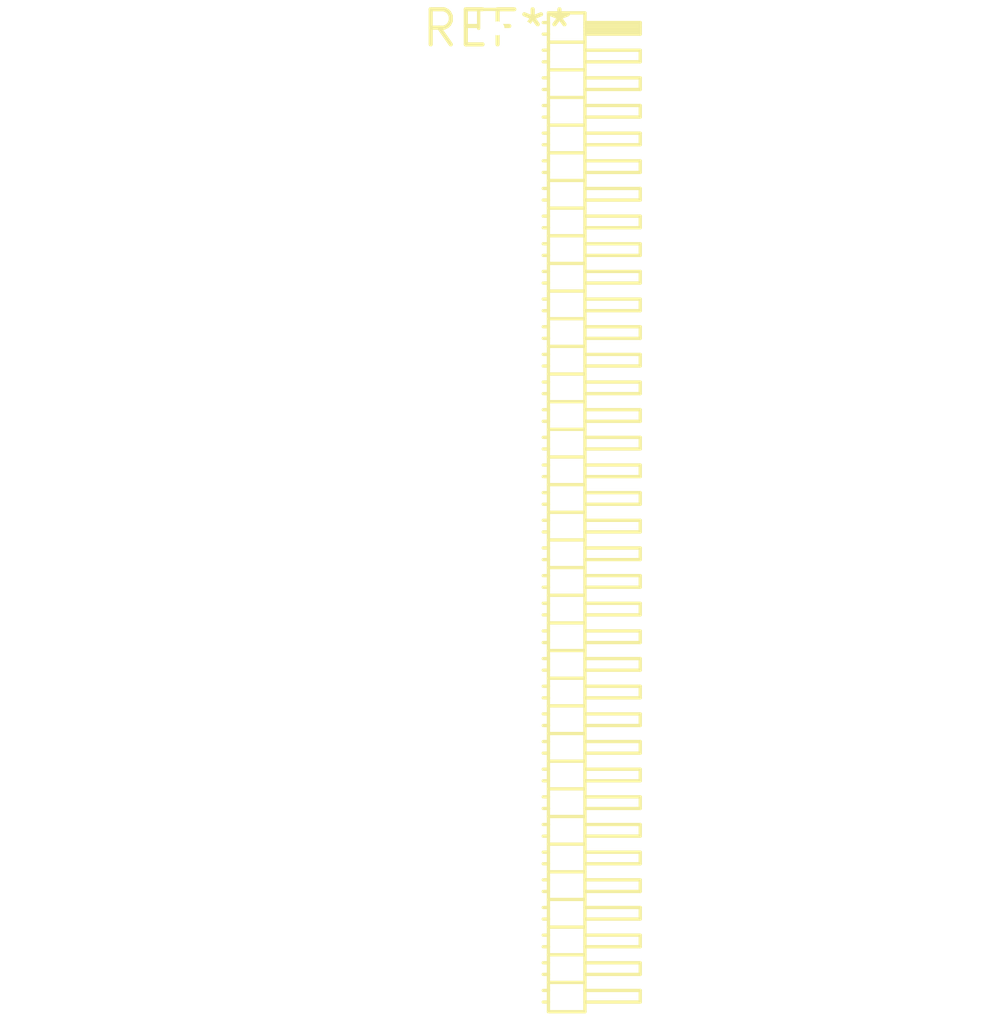
<source format=kicad_pcb>
(kicad_pcb (version 20240108) (generator pcbnew)
  (layers (0 "F.Cu" signal) (31 "B.Cu" signal) (34 "B.Paste" user) (35 "F.Paste" user) (36 "B.SilkS" user "B.Silkscreen") (37 "F.SilkS" user "F.Silkscreen") (38 "B.Mask" user) (39 "F.Mask" user) (44 "Edge.Cuts" user))
  (net 0 "")
  (footprint "PinHeader_2x36_P1.00mm_Horizontal" (layer "F.Cu") (at 0 0)
    (property "Reference" "REF**")
    (property "Value" "PinHeader_2x36_P1.00mm_Horizontal")
    (fp_line (start -0.685 -0.685) (end 0 -0.685) (layer "F.SilkS") (stroke (width 0.12)))
    (fp_line (start -0.685 0) (end -0.685 -0.685) (layer "F.SilkS") (stroke (width 0.12)))
    (fp_line (start 1.652016 -0.21) (end 1.84 -0.21) (layer "F.SilkS") (stroke (width 0.12)))
    (fp_line (start 1.652016 0.21) (end 1.84 0.21) (layer "F.SilkS") (stroke (width 0.12)))
    (fp_line (start 1.652016 0.79) (end 1.84 0.79) (layer "F.SilkS") (stroke (width 0.12)))
    (fp_line (start 1.652016 1.21) (end 1.84 1.21) (layer "F.SilkS") (stroke (width 0.12)))
    (fp_line (start 1.652016 1.79) (end 1.84 1.79) (layer "F.SilkS") (stroke (width 0.12)))
    (fp_line (start 1.652016 2.21) (end 1.84 2.21) (layer "F.SilkS") (stroke (width 0.12)))
    (fp_line (start 1.652016 2.79) (end 1.84 2.79) (layer "F.SilkS") (stroke (width 0.12)))
    (fp_line (start 1.652016 3.21) (end 1.84 3.21) (layer "F.SilkS") (stroke (width 0.12)))
    (fp_line (start 1.652016 3.79) (end 1.84 3.79) (layer "F.SilkS") (stroke (width 0.12)))
    (fp_line (start 1.652016 4.21) (end 1.84 4.21) (layer "F.SilkS") (stroke (width 0.12)))
    (fp_line (start 1.652016 4.79) (end 1.84 4.79) (layer "F.SilkS") (stroke (width 0.12)))
    (fp_line (start 1.652016 5.21) (end 1.84 5.21) (layer "F.SilkS") (stroke (width 0.12)))
    (fp_line (start 1.652016 5.79) (end 1.84 5.79) (layer "F.SilkS") (stroke (width 0.12)))
    (fp_line (start 1.652016 6.21) (end 1.84 6.21) (layer "F.SilkS") (stroke (width 0.12)))
    (fp_line (start 1.652016 6.79) (end 1.84 6.79) (layer "F.SilkS") (stroke (width 0.12)))
    (fp_line (start 1.652016 7.21) (end 1.84 7.21) (layer "F.SilkS") (stroke (width 0.12)))
    (fp_line (start 1.652016 7.79) (end 1.84 7.79) (layer "F.SilkS") (stroke (width 0.12)))
    (fp_line (start 1.652016 8.21) (end 1.84 8.21) (layer "F.SilkS") (stroke (width 0.12)))
    (fp_line (start 1.652016 8.79) (end 1.84 8.79) (layer "F.SilkS") (stroke (width 0.12)))
    (fp_line (start 1.652016 9.21) (end 1.84 9.21) (layer "F.SilkS") (stroke (width 0.12)))
    (fp_line (start 1.652016 9.79) (end 1.84 9.79) (layer "F.SilkS") (stroke (width 0.12)))
    (fp_line (start 1.652016 10.21) (end 1.84 10.21) (layer "F.SilkS") (stroke (width 0.12)))
    (fp_line (start 1.652016 10.79) (end 1.84 10.79) (layer "F.SilkS") (stroke (width 0.12)))
    (fp_line (start 1.652016 11.21) (end 1.84 11.21) (layer "F.SilkS") (stroke (width 0.12)))
    (fp_line (start 1.652016 11.79) (end 1.84 11.79) (layer "F.SilkS") (stroke (width 0.12)))
    (fp_line (start 1.652016 12.21) (end 1.84 12.21) (layer "F.SilkS") (stroke (width 0.12)))
    (fp_line (start 1.652016 12.79) (end 1.84 12.79) (layer "F.SilkS") (stroke (width 0.12)))
    (fp_line (start 1.652016 13.21) (end 1.84 13.21) (layer "F.SilkS") (stroke (width 0.12)))
    (fp_line (start 1.652016 13.79) (end 1.84 13.79) (layer "F.SilkS") (stroke (width 0.12)))
    (fp_line (start 1.652016 14.21) (end 1.84 14.21) (layer "F.SilkS") (stroke (width 0.12)))
    (fp_line (start 1.652016 14.79) (end 1.84 14.79) (layer "F.SilkS") (stroke (width 0.12)))
    (fp_line (start 1.652016 15.21) (end 1.84 15.21) (layer "F.SilkS") (stroke (width 0.12)))
    (fp_line (start 1.652016 15.79) (end 1.84 15.79) (layer "F.SilkS") (stroke (width 0.12)))
    (fp_line (start 1.652016 16.21) (end 1.84 16.21) (layer "F.SilkS") (stroke (width 0.12)))
    (fp_line (start 1.652016 16.79) (end 1.84 16.79) (layer "F.SilkS") (stroke (width 0.12)))
    (fp_line (start 1.652016 17.21) (end 1.84 17.21) (layer "F.SilkS") (stroke (width 0.12)))
    (fp_line (start 1.652016 17.79) (end 1.84 17.79) (layer "F.SilkS") (stroke (width 0.12)))
    (fp_line (start 1.652016 18.21) (end 1.84 18.21) (layer "F.SilkS") (stroke (width 0.12)))
    (fp_line (start 1.652016 18.79) (end 1.84 18.79) (layer "F.SilkS") (stroke (width 0.12)))
    (fp_line (start 1.652016 19.21) (end 1.84 19.21) (layer "F.SilkS") (stroke (width 0.12)))
    (fp_line (start 1.652016 19.79) (end 1.84 19.79) (layer "F.SilkS") (stroke (width 0.12)))
    (fp_line (start 1.652016 20.21) (end 1.84 20.21) (layer "F.SilkS") (stroke (width 0.12)))
    (fp_line (start 1.652016 20.79) (end 1.84 20.79) (layer "F.SilkS") (stroke (width 0.12)))
    (fp_line (start 1.652016 21.21) (end 1.84 21.21) (layer "F.SilkS") (stroke (width 0.12)))
    (fp_line (start 1.652016 21.79) (end 1.84 21.79) (layer "F.SilkS") (stroke (width 0.12)))
    (fp_line (start 1.652016 22.21) (end 1.84 22.21) (layer "F.SilkS") (stroke (width 0.12)))
    (fp_line (start 1.652016 22.79) (end 1.84 22.79) (layer "F.SilkS") (stroke (width 0.12)))
    (fp_line (start 1.652016 23.21) (end 1.84 23.21) (layer "F.SilkS") (stroke (width 0.12)))
    (fp_line (start 1.652016 23.79) (end 1.84 23.79) (layer "F.SilkS") (stroke (width 0.12)))
    (fp_line (start 1.652016 24.21) (end 1.84 24.21) (layer "F.SilkS") (stroke (width 0.12)))
    (fp_line (start 1.652016 24.79) (end 1.84 24.79) (layer "F.SilkS") (stroke (width 0.12)))
    (fp_line (start 1.652016 25.21) (end 1.84 25.21) (layer "F.SilkS") (stroke (width 0.12)))
    (fp_line (start 1.652016 25.79) (end 1.84 25.79) (layer "F.SilkS") (stroke (width 0.12)))
    (fp_line (start 1.652016 26.21) (end 1.84 26.21) (layer "F.SilkS") (stroke (width 0.12)))
    (fp_line (start 1.652016 26.79) (end 1.84 26.79) (layer "F.SilkS") (stroke (width 0.12)))
    (fp_line (start 1.652016 27.21) (end 1.84 27.21) (layer "F.SilkS") (stroke (width 0.12)))
    (fp_line (start 1.652016 27.79) (end 1.84 27.79) (layer "F.SilkS") (stroke (width 0.12)))
    (fp_line (start 1.652016 28.21) (end 1.84 28.21) (layer "F.SilkS") (stroke (width 0.12)))
    (fp_line (start 1.652016 28.79) (end 1.84 28.79) (layer "F.SilkS") (stroke (width 0.12)))
    (fp_line (start 1.652016 29.21) (end 1.84 29.21) (layer "F.SilkS") (stroke (width 0.12)))
    (fp_line (start 1.652016 29.79) (end 1.84 29.79) (layer "F.SilkS") (stroke (width 0.12)))
    (fp_line (start 1.652016 30.21) (end 1.84 30.21) (layer "F.SilkS") (stroke (width 0.12)))
    (fp_line (start 1.652016 30.79) (end 1.84 30.79) (layer "F.SilkS") (stroke (width 0.12)))
    (fp_line (start 1.652016 31.21) (end 1.84 31.21) (layer "F.SilkS") (stroke (width 0.12)))
    (fp_line (start 1.652016 31.79) (end 1.84 31.79) (layer "F.SilkS") (stroke (width 0.12)))
    (fp_line (start 1.652016 32.21) (end 1.84 32.21) (layer "F.SilkS") (stroke (width 0.12)))
    (fp_line (start 1.652016 32.79) (end 1.84 32.79) (layer "F.SilkS") (stroke (width 0.12)))
    (fp_line (start 1.652016 33.21) (end 1.84 33.21) (layer "F.SilkS") (stroke (width 0.12)))
    (fp_line (start 1.652016 33.79) (end 1.84 33.79) (layer "F.SilkS") (stroke (width 0.12)))
    (fp_line (start 1.652016 34.21) (end 1.84 34.21) (layer "F.SilkS") (stroke (width 0.12)))
    (fp_line (start 1.652016 34.79) (end 1.84 34.79) (layer "F.SilkS") (stroke (width 0.12)))
    (fp_line (start 1.652016 35.21) (end 1.84 35.21) (layer "F.SilkS") (stroke (width 0.12)))
    (fp_line (start 1.84 -0.56) (end 1.84 35.56) (layer "F.SilkS") (stroke (width 0.12)))
    (fp_line (start 1.84 0.5) (end 3.16 0.5) (layer "F.SilkS") (stroke (width 0.12)))
    (fp_line (start 1.84 1.5) (end 3.16 1.5) (layer "F.SilkS") (stroke (width 0.12)))
    (fp_line (start 1.84 2.5) (end 3.16 2.5) (layer "F.SilkS") (stroke (width 0.12)))
    (fp_line (start 1.84 3.5) (end 3.16 3.5) (layer "F.SilkS") (stroke (width 0.12)))
    (fp_line (start 1.84 4.5) (end 3.16 4.5) (layer "F.SilkS") (stroke (width 0.12)))
    (fp_line (start 1.84 5.5) (end 3.16 5.5) (layer "F.SilkS") (stroke (width 0.12)))
    (fp_line (start 1.84 6.5) (end 3.16 6.5) (layer "F.SilkS") (stroke (width 0.12)))
    (fp_line (start 1.84 7.5) (end 3.16 7.5) (layer "F.SilkS") (stroke (width 0.12)))
    (fp_line (start 1.84 8.5) (end 3.16 8.5) (layer "F.SilkS") (stroke (width 0.12)))
    (fp_line (start 1.84 9.5) (end 3.16 9.5) (layer "F.SilkS") (stroke (width 0.12)))
    (fp_line (start 1.84 10.5) (end 3.16 10.5) (layer "F.SilkS") (stroke (width 0.12)))
    (fp_line (start 1.84 11.5) (end 3.16 11.5) (layer "F.SilkS") (stroke (width 0.12)))
    (fp_line (start 1.84 12.5) (end 3.16 12.5) (layer "F.SilkS") (stroke (width 0.12)))
    (fp_line (start 1.84 13.5) (end 3.16 13.5) (layer "F.SilkS") (stroke (width 0.12)))
    (fp_line (start 1.84 14.5) (end 3.16 14.5) (layer "F.SilkS") (stroke (width 0.12)))
    (fp_line (start 1.84 15.5) (end 3.16 15.5) (layer "F.SilkS") (stroke (width 0.12)))
    (fp_line (start 1.84 16.5) (end 3.16 16.5) (layer "F.SilkS") (stroke (width 0.12)))
    (fp_line (start 1.84 17.5) (end 3.16 17.5) (layer "F.SilkS") (stroke (width 0.12)))
    (fp_line (start 1.84 18.5) (end 3.16 18.5) (layer "F.SilkS") (stroke (width 0.12)))
    (fp_line (start 1.84 19.5) (end 3.16 19.5) (layer "F.SilkS") (stroke (width 0.12)))
    (fp_line (start 1.84 20.5) (end 3.16 20.5) (layer "F.SilkS") (stroke (width 0.12)))
    (fp_line (start 1.84 21.5) (end 3.16 21.5) (layer "F.SilkS") (stroke (width 0.12)))
    (fp_line (start 1.84 22.5) (end 3.16 22.5) (layer "F.SilkS") (stroke (width 0.12)))
    (fp_line (start 1.84 23.5) (end 3.16 23.5) (layer "F.SilkS") (stroke (width 0.12)))
    (fp_line (start 1.84 24.5) (end 3.16 24.5) (layer "F.SilkS") (stroke (width 0.12)))
    (fp_line (start 1.84 25.5) (end 3.16 25.5) (layer "F.SilkS") (stroke (width 0.12)))
    (fp_line (start 1.84 26.5) (end 3.16 26.5) (layer "F.SilkS") (stroke (width 0.12)))
    (fp_line (start 1.84 27.5) (end 3.16 27.5) (layer "F.SilkS") (stroke (width 0.12)))
    (fp_line (start 1.84 28.5) (end 3.16 28.5) (layer "F.SilkS") (stroke (width 0.12)))
    (fp_line (start 1.84 29.5) (end 3.16 29.5) (layer "F.SilkS") (stroke (width 0.12)))
    (fp_line (start 1.84 30.5) (end 3.16 30.5) (layer "F.SilkS") (stroke (width 0.12)))
    (fp_line (start 1.84 31.5) (end 3.16 31.5) (layer "F.SilkS") (stroke (width 0.12)))
    (fp_line (start 1.84 32.5) (end 3.16 32.5) (layer "F.SilkS") (stroke (width 0.12)))
    (fp_line (start 1.84 33.5) (end 3.16 33.5) (layer "F.SilkS") (stroke (width 0.12)))
    (fp_line (start 1.84 34.5) (end 3.16 34.5) (layer "F.SilkS") (stroke (width 0.12)))
    (fp_line (start 1.84 35.56) (end 3.16 35.56) (layer "F.SilkS") (stroke (width 0.12)))
    (fp_line (start 3.16 -0.56) (end 1.84 -0.56) (layer "F.SilkS") (stroke (width 0.12)))
    (fp_line (start 3.16 -0.21) (end 5.16 -0.21) (layer "F.SilkS") (stroke (width 0.12)))
    (fp_line (start 3.16 -0.15) (end 5.16 -0.15) (layer "F.SilkS") (stroke (width 0.12)))
    (fp_line (start 3.16 -0.03) (end 5.16 -0.03) (layer "F.SilkS") (stroke (width 0.12)))
    (fp_line (start 3.16 0.09) (end 5.16 0.09) (layer "F.SilkS") (stroke (width 0.12)))
    (fp_line (start 3.16 0.79) (end 5.16 0.79) (layer "F.SilkS") (stroke (width 0.12)))
    (fp_line (start 3.16 1.79) (end 5.16 1.79) (layer "F.SilkS") (stroke (width 0.12)))
    (fp_line (start 3.16 2.79) (end 5.16 2.79) (layer "F.SilkS") (stroke (width 0.12)))
    (fp_line (start 3.16 3.79) (end 5.16 3.79) (layer "F.SilkS") (stroke (width 0.12)))
    (fp_line (start 3.16 4.79) (end 5.16 4.79) (layer "F.SilkS") (stroke (width 0.12)))
    (fp_line (start 3.16 5.79) (end 5.16 5.79) (layer "F.SilkS") (stroke (width 0.12)))
    (fp_line (start 3.16 6.79) (end 5.16 6.79) (layer "F.SilkS") (stroke (width 0.12)))
    (fp_line (start 3.16 7.79) (end 5.16 7.79) (layer "F.SilkS") (stroke (width 0.12)))
    (fp_line (start 3.16 8.79) (end 5.16 8.79) (layer "F.SilkS") (stroke (width 0.12)))
    (fp_line (start 3.16 9.79) (end 5.16 9.79) (layer "F.SilkS") (stroke (width 0.12)))
    (fp_line (start 3.16 10.79) (end 5.16 10.79) (layer "F.SilkS") (stroke (width 0.12)))
    (fp_line (start 3.16 11.79) (end 5.16 11.79) (layer "F.SilkS") (stroke (width 0.12)))
    (fp_line (start 3.16 12.79) (end 5.16 12.79) (layer "F.SilkS") (stroke (width 0.12)))
    (fp_line (start 3.16 13.79) (end 5.16 13.79) (layer "F.SilkS") (stroke (width 0.12)))
    (fp_line (start 3.16 14.79) (end 5.16 14.79) (layer "F.SilkS") (stroke (width 0.12)))
    (fp_line (start 3.16 15.79) (end 5.16 15.79) (layer "F.SilkS") (stroke (width 0.12)))
    (fp_line (start 3.16 16.79) (end 5.16 16.79) (layer "F.SilkS") (stroke (width 0.12)))
    (fp_line (start 3.16 17.79) (end 5.16 17.79) (layer "F.SilkS") (stroke (width 0.12)))
    (fp_line (start 3.16 18.79) (end 5.16 18.79) (layer "F.SilkS") (stroke (width 0.12)))
    (fp_line (start 3.16 19.79) (end 5.16 19.79) (layer "F.SilkS") (stroke (width 0.12)))
    (fp_line (start 3.16 20.79) (end 5.16 20.79) (layer "F.SilkS") (stroke (width 0.12)))
    (fp_line (start 3.16 21.79) (end 5.16 21.79) (layer "F.SilkS") (stroke (width 0.12)))
    (fp_line (start 3.16 22.79) (end 5.16 22.79) (layer "F.SilkS") (stroke (width 0.12)))
    (fp_line (start 3.16 23.79) (end 5.16 23.79) (layer "F.SilkS") (stroke (width 0.12)))
    (fp_line (start 3.16 24.79) (end 5.16 24.79) (layer "F.SilkS") (stroke (width 0.12)))
    (fp_line (start 3.16 25.79) (end 5.16 25.79) (layer "F.SilkS") (stroke (width 0.12)))
    (fp_line (start 3.16 26.79) (end 5.16 26.79) (layer "F.SilkS") (stroke (width 0.12)))
    (fp_line (start 3.16 27.79) (end 5.16 27.79) (layer "F.SilkS") (stroke (width 0.12)))
    (fp_line (start 3.16 28.79) (end 5.16 28.79) (layer "F.SilkS") (stroke (width 0.12)))
    (fp_line (start 3.16 29.79) (end 5.16 29.79) (layer "F.SilkS") (stroke (width 0.12)))
    (fp_line (start 3.16 30.79) (end 5.16 30.79) (layer "F.SilkS") (stroke (width 0.12)))
    (fp_line (start 3.16 31.79) (end 5.16 31.79) (layer "F.SilkS") (stroke (width 0.12)))
    (fp_line (start 3.16 32.79) (end 5.16 32.79) (layer "F.SilkS") (stroke (width 0.12)))
    (fp_line (start 3.16 33.79) (end 5.16 33.79) (layer "F.SilkS") (stroke (width 0.12)))
    (fp_line (start 3.16 34.79) (end 5.16 34.79) (layer "F.SilkS") (stroke (width 0.12)))
    (fp_line (start 3.16 35.56) (end 3.16 -0.56) (layer "F.SilkS") (stroke (width 0.12)))
    (fp_line (start 5.16 -0.21) (end 5.16 0.21) (layer "F.SilkS") (stroke (width 0.12)))
    (fp_line (start 5.16 0.21) (end 3.16 0.21) (layer "F.SilkS") (stroke (width 0.12)))
    (fp_line (start 5.16 0.79) (end 5.16 1.21) (layer "F.SilkS") (stroke (width 0.12)))
    (fp_line (start 5.16 1.21) (end 3.16 1.21) (layer "F.SilkS") (stroke (width 0.12)))
    (fp_line (start 5.16 1.79) (end 5.16 2.21) (layer "F.SilkS") (stroke (width 0.12)))
    (fp_line (start 5.16 2.21) (end 3.16 2.21) (layer "F.SilkS") (stroke (width 0.12)))
    (fp_line (start 5.16 2.79) (end 5.16 3.21) (layer "F.SilkS") (stroke (width 0.12)))
    (fp_line (start 5.16 3.21) (end 3.16 3.21) (layer "F.SilkS") (stroke (width 0.12)))
    (fp_line (start 5.16 3.79) (end 5.16 4.21) (layer "F.SilkS") (stroke (width 0.12)))
    (fp_line (start 5.16 4.21) (end 3.16 4.21) (layer "F.SilkS") (stroke (width 0.12)))
    (fp_line (start 5.16 4.79) (end 5.16 5.21) (layer "F.SilkS") (stroke (width 0.12)))
    (fp_line (start 5.16 5.21) (end 3.16 5.21) (layer "F.SilkS") (stroke (width 0.12)))
    (fp_line (start 5.16 5.79) (end 5.16 6.21) (layer "F.SilkS") (stroke (width 0.12)))
    (fp_line (start 5.16 6.21) (end 3.16 6.21) (layer "F.SilkS") (stroke (width 0.12)))
    (fp_line (start 5.16 6.79) (end 5.16 7.21) (layer "F.SilkS") (stroke (width 0.12)))
    (fp_line (start 5.16 7.21) (end 3.16 7.21) (layer "F.SilkS") (stroke (width 0.12)))
    (fp_line (start 5.16 7.79) (end 5.16 8.21) (layer "F.SilkS") (stroke (width 0.12)))
    (fp_line (start 5.16 8.21) (end 3.16 8.21) (layer "F.SilkS") (stroke (width 0.12)))
    (fp_line (start 5.16 8.79) (end 5.16 9.21) (layer "F.SilkS") (stroke (width 0.12)))
    (fp_line (start 5.16 9.21) (end 3.16 9.21) (layer "F.SilkS") (stroke (width 0.12)))
    (fp_line (start 5.16 9.79) (end 5.16 10.21) (layer "F.SilkS") (stroke (width 0.12)))
    (fp_line (start 5.16 10.21) (end 3.16 10.21) (layer "F.SilkS") (stroke (width 0.12)))
    (fp_line (start 5.16 10.79) (end 5.16 11.21) (layer "F.SilkS") (stroke (width 0.12)))
    (fp_line (start 5.16 11.21) (end 3.16 11.21) (layer "F.SilkS") (stroke (width 0.12)))
    (fp_line (start 5.16 11.79) (end 5.16 12.21) (layer "F.SilkS") (stroke (width 0.12)))
    (fp_line (start 5.16 12.21) (end 3.16 12.21) (layer "F.SilkS") (stroke (width 0.12)))
    (fp_line (start 5.16 12.79) (end 5.16 13.21) (layer "F.SilkS") (stroke (width 0.12)))
    (fp_line (start 5.16 13.21) (end 3.16 13.21) (layer "F.SilkS") (stroke (width 0.12)))
    (fp_line (start 5.16 13.79) (end 5.16 14.21) (layer "F.SilkS") (stroke (width 0.12)))
    (fp_line (start 5.16 14.21) (end 3.16 14.21) (layer "F.SilkS") (stroke (width 0.12)))
    (fp_line (start 5.16 14.79) (end 5.16 15.21) (layer "F.SilkS") (stroke (width 0.12)))
    (fp_line (start 5.16 15.21) (end 3.16 15.21) (layer "F.SilkS") (stroke (width 0.12)))
    (fp_line (start 5.16 15.79) (end 5.16 16.21) (layer "F.SilkS") (stroke (width 0.12)))
    (fp_line (start 5.16 16.21) (end 3.16 16.21) (layer "F.SilkS") (stroke (width 0.12)))
    (fp_line (start 5.16 16.79) (end 5.16 17.21) (layer "F.SilkS") (stroke (width 0.12)))
    (fp_line (start 5.16 17.21) (end 3.16 17.21) (layer "F.SilkS") (stroke (width 0.12)))
    (fp_line (start 5.16 17.79) (end 5.16 18.21) (layer "F.SilkS") (stroke (width 0.12)))
    (fp_line (start 5.16 18.21) (end 3.16 18.21) (layer "F.SilkS") (stroke (width 0.12)))
    (fp_line (start 5.16 18.79) (end 5.16 19.21) (layer "F.SilkS") (stroke (width 0.12)))
    (fp_line (start 5.16 19.21) (end 3.16 19.21) (layer "F.SilkS") (stroke (width 0.12)))
    (fp_line (start 5.16 19.79) (end 5.16 20.21) (layer "F.SilkS") (stroke (width 0.12)))
    (fp_line (start 5.16 20.21) (end 3.16 20.21) (layer "F.SilkS") (stroke (width 0.12)))
    (fp_line (start 5.16 20.79) (end 5.16 21.21) (layer "F.SilkS") (stroke (width 0.12)))
    (fp_line (start 5.16 21.21) (end 3.16 21.21) (layer "F.SilkS") (stroke (width 0.12)))
    (fp_line (start 5.16 21.79) (end 5.16 22.21) (layer "F.SilkS") (stroke (width 0.12)))
    (fp_line (start 5.16 22.21) (end 3.16 22.21) (layer "F.SilkS") (stroke (width 0.12)))
    (fp_line (start 5.16 22.79) (end 5.16 23.21) (layer "F.SilkS") (stroke (width 0.12)))
    (fp_line (start 5.16 23.21) (end 3.16 23.21) (layer "F.SilkS") (stroke (width 0.12)))
    (fp_line (start 5.16 23.79) (end 5.16 24.21) (layer "F.SilkS") (stroke (width 0.12)))
    (fp_line (start 5.16 24.21) (end 3.16 24.21) (layer "F.SilkS") (stroke (width 0.12)))
    (fp_line (start 5.16 24.79) (end 5.16 25.21) (layer "F.SilkS") (stroke (width 0.12)))
    (fp_line (start 5.16 25.21) (end 3.16 25.21) (layer "F.SilkS") (stroke (width 0.12)))
    (fp_line (start 5.16 25.79) (end 5.16 26.21) (layer "F.SilkS") (stroke (width 0.12)))
    (fp_line (start 5.16 26.21) (end 3.16 26.21) (layer "F.SilkS") (stroke (width 0.12)))
    (fp_line (start 5.16 26.79) (end 5.16 27.21) (layer "F.SilkS") (stroke (width 0.12)))
    (fp_line (start 5.16 27.21) (end 3.16 27.21) (layer "F.SilkS") (stroke (width 0.12)))
    (fp_line (start 5.16 27.79) (end 5.16 28.21) (layer "F.SilkS") (stroke (width 0.12)))
    (fp_line (start 5.16 28.21) (end 3.16 28.21) (layer "F.SilkS") (stroke (width 0.12)))
    (fp_line (start 5.16 28.79) (end 5.16 29.21) (layer "F.SilkS") (stroke (width 0.12)))
    (fp_line (start 5.16 29.21) (end 3.16 29.21) (layer "F.SilkS") (stroke (width 0.12)))
    (fp_line (start 5.16 29.79) (end 5.16 30.21) (layer "F.SilkS") (stroke (width 0.12)))
    (fp_line (start 5.16 30.21) (end 3.16 30.21) (layer "F.SilkS") (stroke (width 0.12)))
    (fp_line (start 5.16 30.79) (end 5.16 31.21) (layer "F.SilkS") (stroke (width 0.12)))
    (fp_line (start 5.16 31.21) (end 3.16 31.21) (layer "F.SilkS") (stroke (width 0.12)))
    (fp_line (start 5.16 31.79) (end 5.16 32.21) (layer "F.SilkS") (stroke (width 0.12)))
    (fp_line (start 5.16 32.21) (end 3.16 32.21) (layer "F.SilkS") (stroke (width 0.12)))
    (fp_line (start 5.16 32.79) (end 5.16 33.21) (layer "F.SilkS") (stroke (width 0.12)))
    (fp_line (start 5.16 33.21) (end 3.16 33.21) (layer "F.SilkS") (stroke (width 0.12)))
    (fp_line (start 5.16 33.79) (end 5.16 34.21) (layer "F.SilkS") (stroke (width 0.12)))
    (fp_line (start 5.16 34.21) (end 3.16 34.21) (layer "F.SilkS") (stroke (width 0.12)))
    (fp_line (start 5.16 34.79) (end 5.16 35.21) (layer "F.SilkS") (stroke (width 0.12)))
    (fp_line (start 5.16 35.21) (end 3.16 35.21) (layer "F.SilkS") (stroke (width 0.12)))
    (pad "1" thru_hole rect (at 0 0) (size 0.85 0.85) (drill 0.5) (layers *.Cu *.Mask) (remove_unused_layers))
    (pad "2" thru_hole oval (at 1 0) (size 0.85 0.85) (drill 0.5) (layers *.Cu *.Mask) (remove_unused_layers))
    (pad "3" thru_hole oval (at 0 1) (size 0.85 0.85) (drill 0.5) (layers *.Cu *.Mask) (remove_unused_layers))
    (pad "4" thru_hole oval (at 1 1) (size 0.85 0.85) (drill 0.5) (layers *.Cu *.Mask) (remove_unused_layers))
    (pad "5" thru_hole oval (at 0 2) (size 0.85 0.85) (drill 0.5) (layers *.Cu *.Mask) (remove_unused_layers))
    (pad "6" thru_hole oval (at 1 2) (size 0.85 0.85) (drill 0.5) (layers *.Cu *.Mask) (remove_unused_layers))
    (pad "7" thru_hole oval (at 0 3) (size 0.85 0.85) (drill 0.5) (layers *.Cu *.Mask) (remove_unused_layers))
    (pad "8" thru_hole oval (at 1 3) (size 0.85 0.85) (drill 0.5) (layers *.Cu *.Mask) (remove_unused_layers))
    (pad "9" thru_hole oval (at 0 4) (size 0.85 0.85) (drill 0.5) (layers *.Cu *.Mask) (remove_unused_layers))
    (pad "10" thru_hole oval (at 1 4) (size 0.85 0.85) (drill 0.5) (layers *.Cu *.Mask) (remove_unused_layers))
    (pad "11" thru_hole oval (at 0 5) (size 0.85 0.85) (drill 0.5) (layers *.Cu *.Mask) (remove_unused_layers))
    (pad "12" thru_hole oval (at 1 5) (size 0.85 0.85) (drill 0.5) (layers *.Cu *.Mask) (remove_unused_layers))
    (pad "13" thru_hole oval (at 0 6) (size 0.85 0.85) (drill 0.5) (layers *.Cu *.Mask) (remove_unused_layers))
    (pad "14" thru_hole oval (at 1 6) (size 0.85 0.85) (drill 0.5) (layers *.Cu *.Mask) (remove_unused_layers))
    (pad "15" thru_hole oval (at 0 7) (size 0.85 0.85) (drill 0.5) (layers *.Cu *.Mask) (remove_unused_layers))
    (pad "16" thru_hole oval (at 1 7) (size 0.85 0.85) (drill 0.5) (layers *.Cu *.Mask) (remove_unused_layers))
    (pad "17" thru_hole oval (at 0 8) (size 0.85 0.85) (drill 0.5) (layers *.Cu *.Mask) (remove_unused_layers))
    (pad "18" thru_hole oval (at 1 8) (size 0.85 0.85) (drill 0.5) (layers *.Cu *.Mask) (remove_unused_layers))
    (pad "19" thru_hole oval (at 0 9) (size 0.85 0.85) (drill 0.5) (layers *.Cu *.Mask) (remove_unused_layers))
    (pad "20" thru_hole oval (at 1 9) (size 0.85 0.85) (drill 0.5) (layers *.Cu *.Mask) (remove_unused_layers))
    (pad "21" thru_hole oval (at 0 10) (size 0.85 0.85) (drill 0.5) (layers *.Cu *.Mask) (remove_unused_layers))
    (pad "22" thru_hole oval (at 1 10) (size 0.85 0.85) (drill 0.5) (layers *.Cu *.Mask) (remove_unused_layers))
    (pad "23" thru_hole oval (at 0 11) (size 0.85 0.85) (drill 0.5) (layers *.Cu *.Mask) (remove_unused_layers))
    (pad "24" thru_hole oval (at 1 11) (size 0.85 0.85) (drill 0.5) (layers *.Cu *.Mask) (remove_unused_layers))
    (pad "25" thru_hole oval (at 0 12) (size 0.85 0.85) (drill 0.5) (layers *.Cu *.Mask) (remove_unused_layers))
    (pad "26" thru_hole oval (at 1 12) (size 0.85 0.85) (drill 0.5) (layers *.Cu *.Mask) (remove_unused_layers))
    (pad "27" thru_hole oval (at 0 13) (size 0.85 0.85) (drill 0.5) (layers *.Cu *.Mask) (remove_unused_layers))
    (pad "28" thru_hole oval (at 1 13) (size 0.85 0.85) (drill 0.5) (layers *.Cu *.Mask) (remove_unused_layers))
    (pad "29" thru_hole oval (at 0 14) (size 0.85 0.85) (drill 0.5) (layers *.Cu *.Mask) (remove_unused_layers))
    (pad "30" thru_hole oval (at 1 14) (size 0.85 0.85) (drill 0.5) (layers *.Cu *.Mask) (remove_unused_layers))
    (pad "31" thru_hole oval (at 0 15) (size 0.85 0.85) (drill 0.5) (layers *.Cu *.Mask) (remove_unused_layers))
    (pad "32" thru_hole oval (at 1 15) (size 0.85 0.85) (drill 0.5) (layers *.Cu *.Mask) (remove_unused_layers))
    (pad "33" thru_hole oval (at 0 16) (size 0.85 0.85) (drill 0.5) (layers *.Cu *.Mask) (remove_unused_layers))
    (pad "34" thru_hole oval (at 1 16) (size 0.85 0.85) (drill 0.5) (layers *.Cu *.Mask) (remove_unused_layers))
    (pad "35" thru_hole oval (at 0 17) (size 0.85 0.85) (drill 0.5) (layers *.Cu *.Mask) (remove_unused_layers))
    (pad "36" thru_hole oval (at 1 17) (size 0.85 0.85) (drill 0.5) (layers *.Cu *.Mask) (remove_unused_layers))
    (pad "37" thru_hole oval (at 0 18) (size 0.85 0.85) (drill 0.5) (layers *.Cu *.Mask) (remove_unused_layers))
    (pad "38" thru_hole oval (at 1 18) (size 0.85 0.85) (drill 0.5) (layers *.Cu *.Mask) (remove_unused_layers))
    (pad "39" thru_hole oval (at 0 19) (size 0.85 0.85) (drill 0.5) (layers *.Cu *.Mask) (remove_unused_layers))
    (pad "40" thru_hole oval (at 1 19) (size 0.85 0.85) (drill 0.5) (layers *.Cu *.Mask) (remove_unused_layers))
    (pad "41" thru_hole oval (at 0 20) (size 0.85 0.85) (drill 0.5) (layers *.Cu *.Mask) (remove_unused_layers))
    (pad "42" thru_hole oval (at 1 20) (size 0.85 0.85) (drill 0.5) (layers *.Cu *.Mask) (remove_unused_layers))
    (pad "43" thru_hole oval (at 0 21) (size 0.85 0.85) (drill 0.5) (layers *.Cu *.Mask) (remove_unused_layers))
    (pad "44" thru_hole oval (at 1 21) (size 0.85 0.85) (drill 0.5) (layers *.Cu *.Mask) (remove_unused_layers))
    (pad "45" thru_hole oval (at 0 22) (size 0.85 0.85) (drill 0.5) (layers *.Cu *.Mask) (remove_unused_layers))
    (pad "46" thru_hole oval (at 1 22) (size 0.85 0.85) (drill 0.5) (layers *.Cu *.Mask) (remove_unused_layers))
    (pad "47" thru_hole oval (at 0 23) (size 0.85 0.85) (drill 0.5) (layers *.Cu *.Mask) (remove_unused_layers))
    (pad "48" thru_hole oval (at 1 23) (size 0.85 0.85) (drill 0.5) (layers *.Cu *.Mask) (remove_unused_layers))
    (pad "49" thru_hole oval (at 0 24) (size 0.85 0.85) (drill 0.5) (layers *.Cu *.Mask) (remove_unused_layers))
    (pad "50" thru_hole oval (at 1 24) (size 0.85 0.85) (drill 0.5) (layers *.Cu *.Mask) (remove_unused_layers))
    (pad "51" thru_hole oval (at 0 25) (size 0.85 0.85) (drill 0.5) (layers *.Cu *.Mask) (remove_unused_layers))
    (pad "52" thru_hole oval (at 1 25) (size 0.85 0.85) (drill 0.5) (layers *.Cu *.Mask) (remove_unused_layers))
    (pad "53" thru_hole oval (at 0 26) (size 0.85 0.85) (drill 0.5) (layers *.Cu *.Mask) (remove_unused_layers))
    (pad "54" thru_hole oval (at 1 26) (size 0.85 0.85) (drill 0.5) (layers *.Cu *.Mask) (remove_unused_layers))
    (pad "55" thru_hole oval (at 0 27) (size 0.85 0.85) (drill 0.5) (layers *.Cu *.Mask) (remove_unused_layers))
    (pad "56" thru_hole oval (at 1 27) (size 0.85 0.85) (drill 0.5) (layers *.Cu *.Mask) (remove_unused_layers))
    (pad "57" thru_hole oval (at 0 28) (size 0.85 0.85) (drill 0.5) (layers *.Cu *.Mask) (remove_unused_layers))
    (pad "58" thru_hole oval (at 1 28) (size 0.85 0.85) (drill 0.5) (layers *.Cu *.Mask) (remove_unused_layers))
    (pad "59" thru_hole oval (at 0 29) (size 0.85 0.85) (drill 0.5) (layers *.Cu *.Mask) (remove_unused_layers))
    (pad "60" thru_hole oval (at 1 29) (size 0.85 0.85) (drill 0.5) (layers *.Cu *.Mask) (remove_unused_layers))
    (pad "61" thru_hole oval (at 0 30) (size 0.85 0.85) (drill 0.5) (layers *.Cu *.Mask) (remove_unused_layers))
    (pad "62" thru_hole oval (at 1 30) (size 0.85 0.85) (drill 0.5) (layers *.Cu *.Mask) (remove_unused_layers))
    (pad "63" thru_hole oval (at 0 31) (size 0.85 0.85) (drill 0.5) (layers *.Cu *.Mask) (remove_unused_layers))
    (pad "64" thru_hole oval (at 1 31) (size 0.85 0.85) (drill 0.5) (layers *.Cu *.Mask) (remove_unused_layers))
    (pad "65" thru_hole oval (at 0 32) (size 0.85 0.85) (drill 0.5) (layers *.Cu *.Mask) (remove_unused_layers))
    (pad "66" thru_hole oval (at 1 32) (size 0.85 0.85) (drill 0.5) (layers *.Cu *.Mask) (remove_unused_layers))
    (pad "67" thru_hole oval (at 0 33) (size 0.85 0.85) (drill 0.5) (layers *.Cu *.Mask) (remove_unused_layers))
    (pad "68" thru_hole oval (at 1 33) (size 0.85 0.85) (drill 0.5) (layers *.Cu *.Mask) (remove_unused_layers))
    (pad "69" thru_hole oval (at 0 34) (size 0.85 0.85) (drill 0.5) (layers *.Cu *.Mask) (remove_unused_layers))
    (pad "70" thru_hole oval (at 1 34) (size 0.85 0.85) (drill 0.5) (layers *.Cu *.Mask) (remove_unused_layers))
    (pad "71" thru_hole oval (at 0 35) (size 0.85 0.85) (drill 0.5) (layers *.Cu *.Mask) (remove_unused_layers))
    (pad "72" thru_hole oval (at 1 35) (size 0.85 0.85) (drill 0.5) (layers *.Cu *.Mask) (remove_unused_layers))
  )
)
</source>
